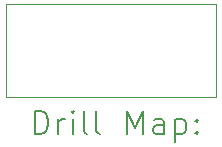
<source format=gbr>
%TF.GenerationSoftware,KiCad,Pcbnew,7.0.1*%
%TF.CreationDate,2023-06-05T15:43:26-04:00*%
%TF.ProjectId,imu-stamp,696d752d-7374-4616-9d70-2e6b69636164,rev?*%
%TF.SameCoordinates,Original*%
%TF.FileFunction,Drillmap*%
%TF.FilePolarity,Positive*%
%FSLAX45Y45*%
G04 Gerber Fmt 4.5, Leading zero omitted, Abs format (unit mm)*
G04 Created by KiCad (PCBNEW 7.0.1) date 2023-06-05 15:43:26*
%MOMM*%
%LPD*%
G01*
G04 APERTURE LIST*
%ADD10C,0.100000*%
%ADD11C,0.200000*%
G04 APERTURE END LIST*
D10*
X13309600Y-6858000D02*
X13309600Y-6070600D01*
X11531600Y-6070600D02*
X13309600Y-6070600D01*
X11531600Y-6858000D02*
X11531600Y-6070600D01*
X11531600Y-6858000D02*
X13309600Y-6858000D01*
D11*
X11774219Y-7175524D02*
X11774219Y-6975524D01*
X11774219Y-6975524D02*
X11821838Y-6975524D01*
X11821838Y-6975524D02*
X11850409Y-6985048D01*
X11850409Y-6985048D02*
X11869457Y-7004095D01*
X11869457Y-7004095D02*
X11878981Y-7023143D01*
X11878981Y-7023143D02*
X11888505Y-7061238D01*
X11888505Y-7061238D02*
X11888505Y-7089809D01*
X11888505Y-7089809D02*
X11878981Y-7127905D01*
X11878981Y-7127905D02*
X11869457Y-7146952D01*
X11869457Y-7146952D02*
X11850409Y-7166000D01*
X11850409Y-7166000D02*
X11821838Y-7175524D01*
X11821838Y-7175524D02*
X11774219Y-7175524D01*
X11974219Y-7175524D02*
X11974219Y-7042190D01*
X11974219Y-7080286D02*
X11983743Y-7061238D01*
X11983743Y-7061238D02*
X11993267Y-7051714D01*
X11993267Y-7051714D02*
X12012314Y-7042190D01*
X12012314Y-7042190D02*
X12031362Y-7042190D01*
X12098028Y-7175524D02*
X12098028Y-7042190D01*
X12098028Y-6975524D02*
X12088505Y-6985048D01*
X12088505Y-6985048D02*
X12098028Y-6994571D01*
X12098028Y-6994571D02*
X12107552Y-6985048D01*
X12107552Y-6985048D02*
X12098028Y-6975524D01*
X12098028Y-6975524D02*
X12098028Y-6994571D01*
X12221838Y-7175524D02*
X12202790Y-7166000D01*
X12202790Y-7166000D02*
X12193267Y-7146952D01*
X12193267Y-7146952D02*
X12193267Y-6975524D01*
X12326600Y-7175524D02*
X12307552Y-7166000D01*
X12307552Y-7166000D02*
X12298028Y-7146952D01*
X12298028Y-7146952D02*
X12298028Y-6975524D01*
X12555171Y-7175524D02*
X12555171Y-6975524D01*
X12555171Y-6975524D02*
X12621838Y-7118381D01*
X12621838Y-7118381D02*
X12688505Y-6975524D01*
X12688505Y-6975524D02*
X12688505Y-7175524D01*
X12869457Y-7175524D02*
X12869457Y-7070762D01*
X12869457Y-7070762D02*
X12859933Y-7051714D01*
X12859933Y-7051714D02*
X12840886Y-7042190D01*
X12840886Y-7042190D02*
X12802790Y-7042190D01*
X12802790Y-7042190D02*
X12783743Y-7051714D01*
X12869457Y-7166000D02*
X12850409Y-7175524D01*
X12850409Y-7175524D02*
X12802790Y-7175524D01*
X12802790Y-7175524D02*
X12783743Y-7166000D01*
X12783743Y-7166000D02*
X12774219Y-7146952D01*
X12774219Y-7146952D02*
X12774219Y-7127905D01*
X12774219Y-7127905D02*
X12783743Y-7108857D01*
X12783743Y-7108857D02*
X12802790Y-7099333D01*
X12802790Y-7099333D02*
X12850409Y-7099333D01*
X12850409Y-7099333D02*
X12869457Y-7089809D01*
X12964695Y-7042190D02*
X12964695Y-7242190D01*
X12964695Y-7051714D02*
X12983743Y-7042190D01*
X12983743Y-7042190D02*
X13021838Y-7042190D01*
X13021838Y-7042190D02*
X13040886Y-7051714D01*
X13040886Y-7051714D02*
X13050409Y-7061238D01*
X13050409Y-7061238D02*
X13059933Y-7080286D01*
X13059933Y-7080286D02*
X13059933Y-7137428D01*
X13059933Y-7137428D02*
X13050409Y-7156476D01*
X13050409Y-7156476D02*
X13040886Y-7166000D01*
X13040886Y-7166000D02*
X13021838Y-7175524D01*
X13021838Y-7175524D02*
X12983743Y-7175524D01*
X12983743Y-7175524D02*
X12964695Y-7166000D01*
X13145648Y-7156476D02*
X13155171Y-7166000D01*
X13155171Y-7166000D02*
X13145648Y-7175524D01*
X13145648Y-7175524D02*
X13136124Y-7166000D01*
X13136124Y-7166000D02*
X13145648Y-7156476D01*
X13145648Y-7156476D02*
X13145648Y-7175524D01*
X13145648Y-7051714D02*
X13155171Y-7061238D01*
X13155171Y-7061238D02*
X13145648Y-7070762D01*
X13145648Y-7070762D02*
X13136124Y-7061238D01*
X13136124Y-7061238D02*
X13145648Y-7051714D01*
X13145648Y-7051714D02*
X13145648Y-7070762D01*
M02*

</source>
